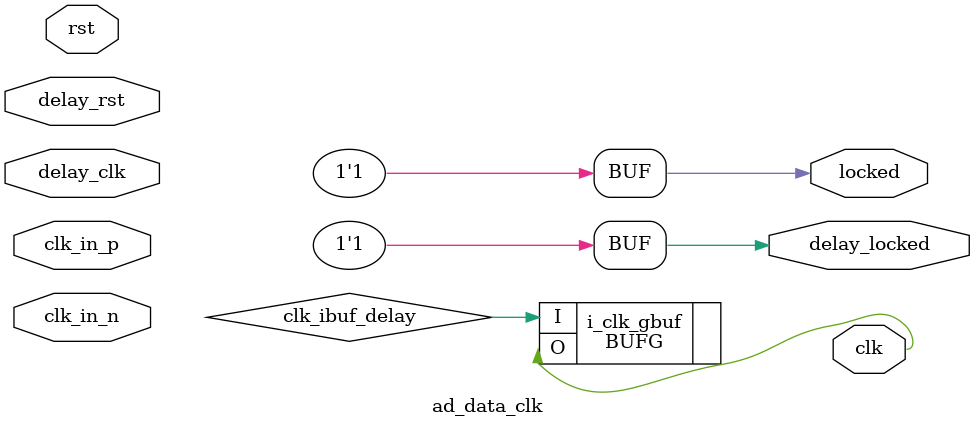
<source format=v>

`timescale 1ns/100ps

module ad_data_clk #(

  parameter   SINGLE_ENDED = 0,
  parameter   FPGA_TECHNOLOGY = 0,
  parameter   IODELAY_ENABLE = 1,
  parameter   IODELAY_CTRL = 0,
  parameter   IODELAY_GROUP = "dev_if_delay_group",
  parameter   IDELAY_VALUE = 0,
  parameter   REFCLK_FREQUENCY = 200
  ) (

  input               rst,
  output              locked,

  input               clk_in_p,
  input               clk_in_n,
  output              clk,

  // delay-cntrl interface

  input               delay_clk,
  input               delay_rst,
  output              delay_locked);

  // internal parameters

  localparam  NONE = -1;
  localparam  SEVEN_SERIES = 1;
  localparam  ULTRASCALE = 2;
  localparam  ULTRASCALE_PLUS = 3;

  localparam  IODELAY_CTRL_ENABLED = (IODELAY_ENABLE == 1) ? IODELAY_CTRL : 0;
  localparam  IODELAY_CTRL_SIM_DEVICE = (FPGA_TECHNOLOGY == ULTRASCALE_PLUS) ? "ULTRASCALE" :
    (FPGA_TECHNOLOGY == ULTRASCALE) ? "ULTRASCALE" : "7SERIES";

  localparam  IODELAY_FPGA_TECHNOLOGY = (IODELAY_ENABLE == 1) ? FPGA_TECHNOLOGY : NONE;
  localparam  IODELAY_SIM_DEVICE = (FPGA_TECHNOLOGY == ULTRASCALE_PLUS) ? "ULTRASCALE_PLUS" :
    (FPGA_TECHNOLOGY == ULTRASCALE) ? "ULTRASCALE" : "7SERIES";

  // internal signals

  wire                clk_ibuf_s;
  wire                clk_ibuf_delay;

  // defaults

  assign locked = 1'b1;

  // instantiations

  // delay controller

  generate
  if (IODELAY_CTRL_ENABLED == 0) begin
  assign delay_locked = 1'b1;
  end else begin
  (* IODELAY_GROUP = IODELAY_GROUP *)
  IDELAYCTRL #(.SIM_DEVICE (IODELAY_CTRL_SIM_DEVICE)) i_delay_ctrl (
    .RST (delay_rst),
    .REFCLK (delay_clk),
    .RDY (delay_locked));
  end
  endgenerate

  generate
  if (IODELAY_FPGA_TECHNOLOGY == SEVEN_SERIES) begin
    (* IODELAY_GROUP = IODELAY_GROUP *)
    IDELAYE2 #(
      .CINVCTRL_SEL ("FALSE"),
      .DELAY_SRC ("IDATAIN"),
      .HIGH_PERFORMANCE_MODE ("FALSE"),
      .IDELAY_TYPE ("FIXED"),
      .IDELAY_VALUE (IDELAY_VALUE),
      .REFCLK_FREQUENCY (REFCLK_FREQUENCY),
      .PIPE_SEL ("FALSE"),
      .SIGNAL_PATTERN ("DATA"))
    i_rx_data_idelay (
      .CE (1'b0),
      .INC (1'b0),
      .DATAIN (1'b0),
      .LDPIPEEN (1'b0),
      .CINVCTRL (1'b0),
      .REGRST (1'b0),
      .C (1'b0),
      .IDATAIN (clk_ibuf_s),
      .DATAOUT (clk_ibuf_delay),
      .LD (1'b0),
      .CNTVALUEIN ('b0),
      .CNTVALUEOUT ('b0));
  end
  endgenerate

  generate
  if ((IODELAY_FPGA_TECHNOLOGY == ULTRASCALE) || (IODELAY_FPGA_TECHNOLOGY == ULTRASCALE_PLUS)) begin
  (* IODELAY_GROUP = IODELAY_GROUP *)
  IDELAYE3 #(
    .SIM_DEVICE (IODELAY_SIM_DEVICE),
    .DELAY_SRC ("IDATAIN"),
    .DELAY_TYPE ("FIXED"),
    .DELAY_VALUE (IDELAY_VALUE),
    .REFCLK_FREQUENCY (REFCLK_FREQUENCY),
    .DELAY_FORMAT ("COUNT"))
  i_rx_data_idelay (
    .CASC_RETURN (1'b0),
    .CASC_IN (1'b0),
    .CASC_OUT (),
    .CE (1'b0),
    .CLK (1'b0),
    .INC (1'b0),
    .LOAD (1'b0),
    .CNTVALUEIN ('b0),
    .CNTVALUEOUT ('b0),
    .DATAIN (1'b0),
    .IDATAIN (clk_ibuf_s),
    .DATAOUT (clk_ibuf_delay),
    .RST (1'b0),
    .EN_VTC (1'b0));
  end
  endgenerate

  generate
  if (IODELAY_FPGA_TECHNOLOGY == NONE) begin
    assign clk_ibuf_delay = clk_ibuf_s;
  end
  endgenerate


  generate
  if (SINGLE_ENDED == 1) begin
  IBUFG i_rx_clk_ibuf (
    .I (clk_in_p),
    .O (clk_ibuf_s));
  end else begin
  IBUFGDS i_rx_clk_ibuf (
    .I (clk_in_p),
    .IB (clk_in_n),
    .O (clk_ibuf_s));
  end
  endgenerate

  BUFG i_clk_gbuf (
    .I (clk_ibuf_delay),
    .O (clk));

endmodule

// ***************************************************************************
// ***************************************************************************

</source>
